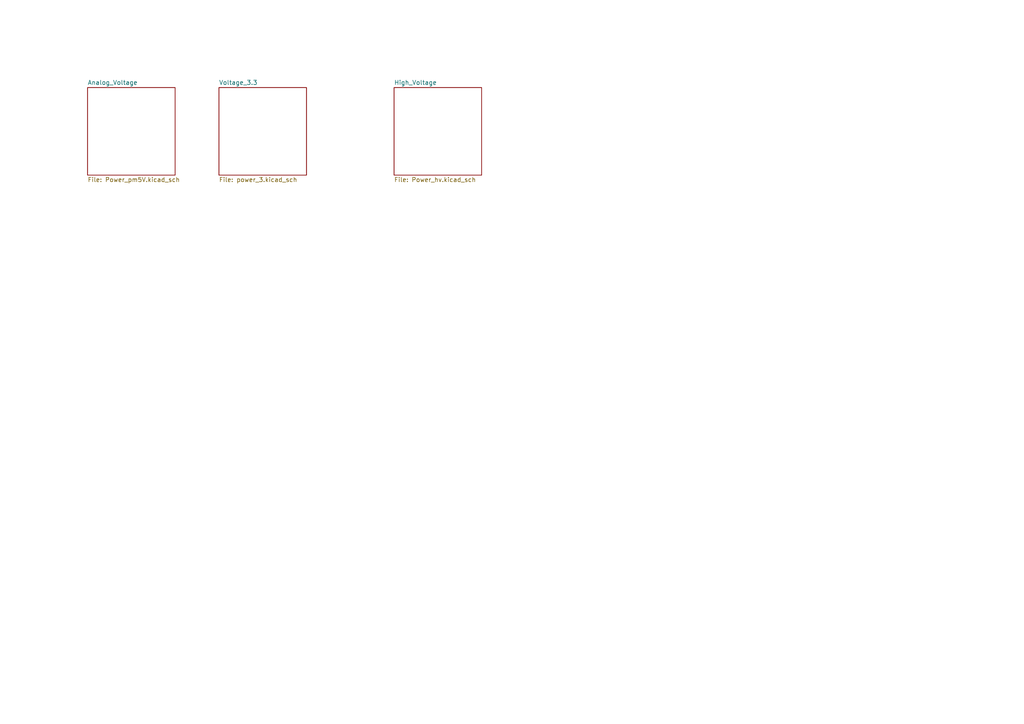
<source format=kicad_sch>
(kicad_sch (version 20211123) (generator eeschema)
  (paper "A4")
  (lib_symbols)
  (sheet (at 25.4 25.4) (size 25.4 25.4) (stroke (width 0.1524))
    (property "Sheet name" "Analog_Voltage" (at 25.4 24.6884 0) (effects (justify left bottom)))
    (property "Sheet file" "Power_pm5V.kicad_sch" (at 25.4 51.3846 0) (effects (justify left top)))
  )
  (sheet (at 63.5 25.4) (size 25.4 25.4) (stroke (width 0.1524))
    (property "Sheet name" "Voltage_3.3" (at 63.5 24.6884 0) (effects (justify left bottom)))
    (property "Sheet file" "power_3.kicad_sch" (at 63.5 51.3846 0) (effects (justify left top)))
  )
  (sheet (at 114.3 25.4) (size 25.4 25.4) (stroke (width 0.1524))
    (property "Sheet name" "High_Voltage" (at 114.3 24.6884 0) (effects (justify left bottom)))
    (property "Sheet file" "Power_hv.kicad_sch" (at 114.3 51.3846 0) (effects (justify left top)))
  )
)
</source>
